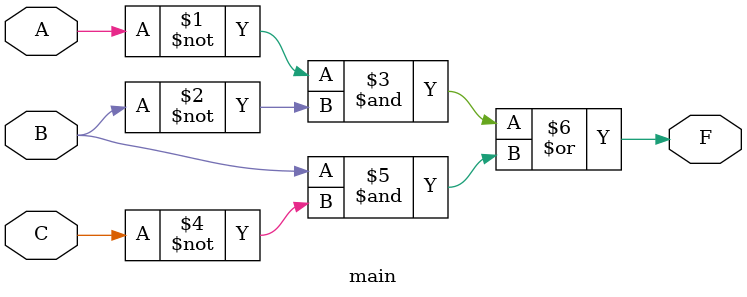
<source format=v>
module main (F, A, B, C); // Определение модуля main с выходом F и входами A, B, C.
    input A, B, C; // Объявление входных сигналов A, B и C.
    output F; // Объявление выходного сигнала F.

    // Присвоение выходу F результата логического выражения:
    // 1. Логическое И (AND) между инверсными значениями A и B (~A & ~B).
    // 2. Логическое И (AND) между B и инверсным значением C (B & ~C).
    // Эти два результата объединяются с помощью логического ИЛИ (OR).
    assign F = ((~A & ~B) | (B & ~C));

endmodule
</source>
